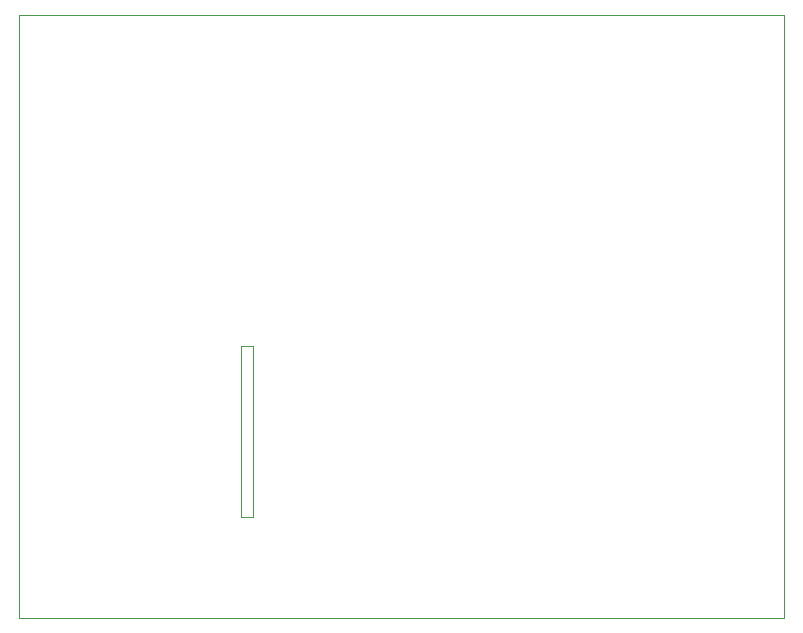
<source format=gbr>
%TF.GenerationSoftware,KiCad,Pcbnew,9.0.1-1.fc42*%
%TF.CreationDate,2025-05-01T02:21:56+08:00*%
%TF.ProjectId,discharge & time_delayforDCDC,64697363-6861-4726-9765-20262074696d,rev?*%
%TF.SameCoordinates,Original*%
%TF.FileFunction,Profile,NP*%
%FSLAX46Y46*%
G04 Gerber Fmt 4.6, Leading zero omitted, Abs format (unit mm)*
G04 Created by KiCad (PCBNEW 9.0.1-1.fc42) date 2025-05-01 02:21:56*
%MOMM*%
%LPD*%
G01*
G04 APERTURE LIST*
%TA.AperFunction,Profile*%
%ADD10C,0.050000*%
%TD*%
G04 APERTURE END LIST*
D10*
X176500000Y-129000000D02*
X111750000Y-129000000D01*
X111750000Y-78000000D01*
X176500000Y-78000000D01*
X176500000Y-129000000D01*
X130487300Y-106000000D02*
X131512700Y-106000000D01*
X131512700Y-120500000D01*
X130487300Y-120500000D01*
X130487300Y-106000000D01*
M02*

</source>
